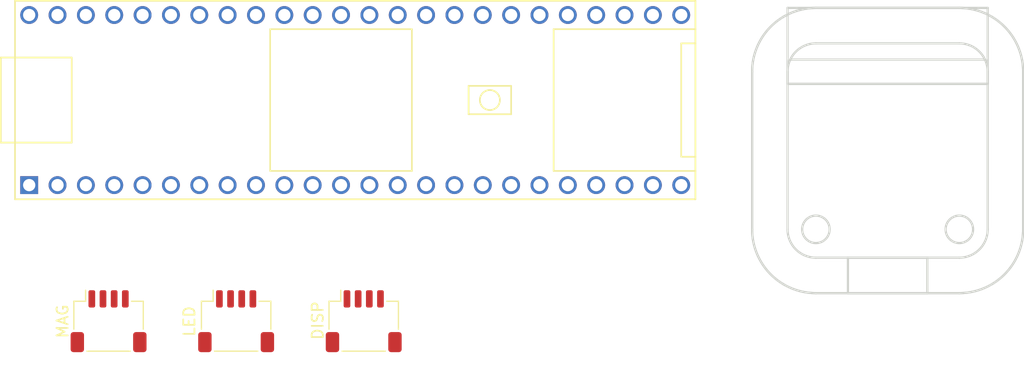
<source format=kicad_pcb>
(kicad_pcb (version 20221018) (generator pcbnew)
  (title_block (title "Gordon Clock") (date "2024-02-19") (rev "v0.1") (company "Meow Wolf") (comment 1 "Author: Daniel Bornhorst"))
  (layers (0 "F.Cu" signal) (31 "B.Cu" signal) (34 "B.Paste" user) (35 "F.Paste" user) (36 "B.SilkS" user "B.Silkscreen") (37 "F.SilkS" user "F.Silkscreen") (38 "B.Mask" user) (39 "F.Mask" user) (44 "Edge.Cuts" user))
  (net 0 "")
  (net 1 "+5V")
  (net 2 "+3V3")
  (net 12 "GND")
  (net 19 "PIXEL_DATA")
  (net 22 "Net-(U1-9_OUT1C)")
  (net 23 "Net-(U1-10_CS_MQSR)")
  (net 24 "Net-(U1-11_MOSI_CTX1)")
  (net 35 "Net-(U1-31_CTX3)")
  (net 36 "Net-(U1-30_CRX3)")
  (net 37 "Net-(U1-29_TX7)")
  (net 40 "DISP_SCL")
  (net 41 "Net-(U1-28_RX7)")
  (net 42 "Net-(U1-27_A13_SCK1)")
  (net 44 "DISP_SDA")
  (net 46 "MAG_SDA")
  (net 47 "MAG_SCL")
  (footprint "Connector_JST:JST_SH_SM04B-SRSS-TB_1x04-1MP_P1.00mm_Horizontal" (layer "F.Cu") (at 98.552 121.412)
    (fp_text reference "LED" (at -4.191347 0.012312 90) (layer "F.SilkS"))
    (fp_text value "~")
    (fp_line (start -3.11 -1.785) (end -2.06 -1.785) (stroke (width 0.12)) (layer "F.SilkS"))
    (fp_line (start -3.11 0.715) (end -3.11 -1.785) (stroke (width 0.12)) (layer "F.SilkS"))
    (fp_line (start -2.06 -1.785) (end -2.06 -2.775) (stroke (width 0.12)) (layer "F.SilkS"))
    (fp_line (start -1.94 2.685) (end 1.94 2.685) (stroke (width 0.12)) (layer "F.SilkS"))
    (fp_line (start 3.11 -1.785) (end 2.06 -1.785) (stroke (width 0.12)) (layer "F.SilkS"))
    (fp_line (start 3.11 0.715) (end 3.11 -1.785) (stroke (width 0.12)) (layer "F.SilkS"))
    (pad "1" smd roundrect (at -1.5 -2) (size 0.6 1.55) (layers "F.Cu" "F.Paste" "F.Mask") (net 12 "GND"))
    (pad "2" smd roundrect (at -0.5 -2) (size 0.6 1.55) (layers "F.Cu" "F.Paste" "F.Mask") (net 1 "+5V"))
    (pad "3" smd roundrect (at 0.5 -2) (size 0.6 1.55) (layers "F.Cu" "F.Paste" "F.Mask") (net 19 "PIXEL_DATA"))
    (pad "4" smd roundrect (at 1.5 -2) (size 0.6 1.55) (layers "F.Cu" "F.Paste" "F.Mask"))
    (pad "MP" smd roundrect (at -2.8 1.875) (size 1.2 1.8) (layers "F.Cu" "F.Paste" "F.Mask") (roundrect_rratio 0.208333))
    (pad "MP" smd roundrect (at 2.8 1.875) (size 1.2 1.8) (layers "F.Cu" "F.Paste" "F.Mask") (roundrect_rratio 0.208333))
  )
  (footprint "teensy:Teensy41_minimal" (layer "F.Cu") (at 109.22 101.6)
    (fp_text reference "U1" hide)
    (fp_text value "Teensy4.1" hide)
    (fp_line (start -31.75 -3.81) (end -30.48 -3.81) (stroke (width 0.15)) (layer "F.SilkS"))
    (fp_line (start -31.75 3.81) (end -31.75 -3.81) (stroke (width 0.15)) (layer "F.SilkS"))
    (fp_line (start -30.48 -8.89) (end 30.48 -8.89) (stroke (width 0.15)) (layer "F.SilkS"))
    (fp_line (start -30.48 3.81) (end -31.75 3.81) (stroke (width 0.15)) (layer "F.SilkS"))
    (fp_line (start -30.48 8.89) (end -30.48 -8.89) (stroke (width 0.15)) (layer "F.SilkS"))
    (fp_line (start -25.4 -3.81) (end -30.48 -3.81) (stroke (width 0.15)) (layer "F.SilkS"))
    (fp_line (start -25.4 3.81) (end -30.48 3.81) (stroke (width 0.15)) (layer "F.SilkS"))
    (fp_line (start -25.4 3.81) (end -25.4 -3.81) (stroke (width 0.15)) (layer "F.SilkS"))
    (fp_line (start -7.62 -6.35) (end -7.62 6.35) (stroke (width 0.15)) (layer "F.SilkS"))
    (fp_line (start -7.62 6.35) (end 5.08 6.35) (stroke (width 0.15)) (layer "F.SilkS"))
    (fp_line (start 5.08 -6.35) (end -7.62 -6.35) (stroke (width 0.15)) (layer "F.SilkS"))
    (fp_line (start 5.08 6.35) (end 5.08 -6.35) (stroke (width 0.15)) (layer "F.SilkS"))
    (fp_line (start 10.16 -1.27) (end 13.97 -1.27) (stroke (width 0.15)) (layer "F.SilkS"))
    (fp_line (start 10.16 1.27) (end 10.16 -1.27) (stroke (width 0.15)) (layer "F.SilkS"))
    (fp_line (start 13.97 -1.27) (end 13.97 1.27) (stroke (width 0.15)) (layer "F.SilkS"))
    (fp_line (start 13.97 1.27) (end 10.16 1.27) (stroke (width 0.15)) (layer "F.SilkS"))
    (fp_line (start 17.78 -6.35) (end 17.78 6.35) (stroke (width 0.15)) (layer "F.SilkS"))
    (fp_line (start 17.78 6.35) (end 30.48 6.35) (stroke (width 0.15)) (layer "F.SilkS"))
    (fp_line (start 29.21 -5.08) (end 29.21 5.08) (stroke (width 0.15)) (layer "F.SilkS"))
    (fp_line (start 29.21 5.08) (end 30.48 5.08) (stroke (width 0.15)) (layer "F.SilkS"))
    (fp_line (start 30.48 -8.89) (end 30.48 8.89) (stroke (width 0.15)) (layer "F.SilkS"))
    (fp_line (start 30.48 -6.35) (end 17.78 -6.35) (stroke (width 0.15)) (layer "F.SilkS"))
    (fp_line (start 30.48 -5.08) (end 29.21 -5.08) (stroke (width 0.15)) (layer "F.SilkS"))
    (fp_line (start 30.48 8.89) (end -30.48 8.89) (stroke (width 0.15)) (layer "F.SilkS"))
    (fp_circle (center 12.065 0) (end 12.7 -0.635) (stroke (width 0.15)) (fill none) (layer "F.SilkS"))
    (pad "1" thru_hole rect (at -29.21 7.62) (size 1.6 1.6) (drill 1.1) (layers "*.Cu" "*.Mask") (net 12 "GND"))
    (pad "2" thru_hole circle (at -26.67 7.62) (size 1.6 1.6) (drill 1.1) (layers "*.Cu" "*.Mask"))
    (pad "3" thru_hole circle (at -24.13 7.62) (size 1.6 1.6) (drill 1.1) (layers "*.Cu" "*.Mask"))
    (pad "4" thru_hole circle (at -21.59 7.62) (size 1.6 1.6) (drill 1.1) (layers "*.Cu" "*.Mask"))
    (pad "5" thru_hole circle (at -19.05 7.62) (size 1.6 1.6) (drill 1.1) (layers "*.Cu" "*.Mask"))
    (pad "6" thru_hole circle (at -16.51 7.62) (size 1.6 1.6) (drill 1.1) (layers "*.Cu" "*.Mask"))
    (pad "7" thru_hole circle (at -13.97 7.62) (size 1.6 1.6) (drill 1.1) (layers "*.Cu" "*.Mask"))
    (pad "8" thru_hole circle (at -11.43 7.62) (size 1.6 1.6) (drill 1.1) (layers "*.Cu" "*.Mask") (net 19 "PIXEL_DATA"))
    (pad "9" thru_hole circle (at -8.89 7.62) (size 1.6 1.6) (drill 1.1) (layers "*.Cu" "*.Mask"))
    (pad "10" thru_hole circle (at -6.35 7.62) (size 1.6 1.6) (drill 1.1) (layers "*.Cu" "*.Mask"))
    (pad "11" thru_hole circle (at -3.81 7.62) (size 1.6 1.6) (drill 1.1) (layers "*.Cu" "*.Mask") (net 22 "Net-(U1-9_OUT1C)"))
    (pad "12" thru_hole circle (at -1.27 7.62) (size 1.6 1.6) (drill 1.1) (layers "*.Cu" "*.Mask") (net 23 "Net-(U1-10_CS_MQSR)"))
    (pad "13" thru_hole circle (at 1.27 7.62) (size 1.6 1.6) (drill 1.1) (layers "*.Cu" "*.Mask") (net 24 "Net-(U1-11_MOSI_CTX1)"))
    (pad "14" thru_hole circle (at 3.81 7.62) (size 1.6 1.6) (drill 1.1) (layers "*.Cu" "*.Mask"))
    (pad "15" thru_hole circle (at 6.35 7.62) (size 1.6 1.6) (drill 1.1) (layers "*.Cu" "*.Mask"))
    (pad "16" thru_hole circle (at 8.89 7.62) (size 1.6 1.6) (drill 1.1) (layers "*.Cu" "*.Mask") (net 40 "DISP_SCL"))
    (pad "17" thru_hole circle (at 11.43 7.62) (size 1.6 1.6) (drill 1.1) (layers "*.Cu" "*.Mask") (net 44 "DISP_SDA"))
    (pad "18" thru_hole circle (at 13.97 7.62) (size 1.6 1.6) (drill 1.1) (layers "*.Cu" "*.Mask"))
    (pad "19" thru_hole circle (at 16.51 7.62) (size 1.6 1.6) (drill 1.1) (layers "*.Cu" "*.Mask") (net 42 "Net-(U1-27_A13_SCK1)"))
    (pad "20" thru_hole circle (at 19.05 7.62) (size 1.6 1.6) (drill 1.1) (layers "*.Cu" "*.Mask") (net 41 "Net-(U1-28_RX7)"))
    (pad "21" thru_hole circle (at 21.59 7.62) (size 1.6 1.6) (drill 1.1) (layers "*.Cu" "*.Mask") (net 37 "Net-(U1-29_TX7)"))
    (pad "22" thru_hole circle (at 24.13 7.62) (size 1.6 1.6) (drill 1.1) (layers "*.Cu" "*.Mask") (net 36 "Net-(U1-30_CRX3)"))
    (pad "23" thru_hole circle (at 26.67 7.62) (size 1.6 1.6) (drill 1.1) (layers "*.Cu" "*.Mask") (net 35 "Net-(U1-31_CTX3)"))
    (pad "24" thru_hole circle (at 29.21 7.62) (size 1.6 1.6) (drill 1.1) (layers "*.Cu" "*.Mask"))
    (pad "25" thru_hole circle (at 29.21 -7.62) (size 1.6 1.6) (drill 1.1) (layers "*.Cu" "*.Mask"))
    (pad "26" thru_hole circle (at 26.67 -7.62) (size 1.6 1.6) (drill 1.1) (layers "*.Cu" "*.Mask"))
    (pad "27" thru_hole circle (at 24.13 -7.62) (size 1.6 1.6) (drill 1.1) (layers "*.Cu" "*.Mask"))
    (pad "28" thru_hole circle (at 21.59 -7.62) (size 1.6 1.6) (drill 1.1) (layers "*.Cu" "*.Mask"))
    (pad "29" thru_hole circle (at 19.05 -7.62) (size 1.6 1.6) (drill 1.1) (layers "*.Cu" "*.Mask"))
    (pad "30" thru_hole circle (at 16.51 -7.62) (size 1.6 1.6) (drill 1.1) (layers "*.Cu" "*.Mask"))
    (pad "31" thru_hole circle (at 13.97 -7.62) (size 1.6 1.6) (drill 1.1) (layers "*.Cu" "*.Mask"))
    (pad "32" thru_hole circle (at 11.43 -7.62) (size 1.6 1.6) (drill 1.1) (layers "*.Cu" "*.Mask"))
    (pad "33" thru_hole circle (at 8.89 -7.62) (size 1.6 1.6) (drill 1.1) (layers "*.Cu" "*.Mask"))
    (pad "34" thru_hole circle (at 6.35 -7.62) (size 1.6 1.6) (drill 1.1) (layers "*.Cu" "*.Mask") (net 12 "GND"))
    (pad "35" thru_hole circle (at 3.81 -7.62) (size 1.6 1.6) (drill 1.1) (layers "*.Cu" "*.Mask"))
    (pad "36" thru_hole circle (at 1.27 -7.62) (size 1.6 1.6) (drill 1.1) (layers "*.Cu" "*.Mask"))
    (pad "37" thru_hole circle (at -1.27 -7.62) (size 1.6 1.6) (drill 1.1) (layers "*.Cu" "*.Mask"))
    (pad "38" thru_hole circle (at -3.81 -7.62) (size 1.6 1.6) (drill 1.1) (layers "*.Cu" "*.Mask"))
    (pad "39" thru_hole circle (at -6.35 -7.62) (size 1.6 1.6) (drill 1.1) (layers "*.Cu" "*.Mask"))
    (pad "40" thru_hole circle (at -8.89 -7.62) (size 1.6 1.6) (drill 1.1) (layers "*.Cu" "*.Mask") (net 46 "MAG_SDA"))
    (pad "41" thru_hole circle (at -11.43 -7.62) (size 1.6 1.6) (drill 1.1) (layers "*.Cu" "*.Mask") (net 47 "MAG_SCL"))
    (pad "42" thru_hole circle (at -13.97 -7.62) (size 1.6 1.6) (drill 1.1) (layers "*.Cu" "*.Mask"))
    (pad "43" thru_hole circle (at -16.51 -7.62) (size 1.6 1.6) (drill 1.1) (layers "*.Cu" "*.Mask"))
    (pad "44" thru_hole circle (at -19.05 -7.62) (size 1.6 1.6) (drill 1.1) (layers "*.Cu" "*.Mask"))
    (pad "45" thru_hole circle (at -21.59 -7.62) (size 1.6 1.6) (drill 1.1) (layers "*.Cu" "*.Mask"))
    (pad "46" thru_hole circle (at -24.13 -7.62) (size 1.6 1.6) (drill 1.1) (layers "*.Cu" "*.Mask") (net 2 "+3V3"))
    (pad "47" thru_hole circle (at -26.67 -7.62) (size 1.6 1.6) (drill 1.1) (layers "*.Cu" "*.Mask") (net 12 "GND"))
    (pad "48" thru_hole circle (at -29.21 -7.62) (size 1.6 1.6) (drill 1.1) (layers "*.Cu" "*.Mask") (net 1 "+5V"))
  )
  (footprint "Connector_JST:JST_SH_SM04B-SRSS-TB_1x04-1MP_P1.00mm_Horizontal" (layer "F.Cu") (at 87.122 121.412)
    (fp_text reference "MAG" (at -4.11801 0.012311 90) (layer "F.SilkS"))
    (fp_text value "~")
    (fp_line (start -3.11 -1.785) (end -2.06 -1.785) (stroke (width 0.12)) (layer "F.SilkS"))
    (fp_line (start -3.11 0.715) (end -3.11 -1.785) (stroke (width 0.12)) (layer "F.SilkS"))
    (fp_line (start -2.06 -1.785) (end -2.06 -2.775) (stroke (width 0.12)) (layer "F.SilkS"))
    (fp_line (start -1.94 2.685) (end 1.94 2.685) (stroke (width 0.12)) (layer "F.SilkS"))
    (fp_line (start 3.11 -1.785) (end 2.06 -1.785) (stroke (width 0.12)) (layer "F.SilkS"))
    (fp_line (start 3.11 0.715) (end 3.11 -1.785) (stroke (width 0.12)) (layer "F.SilkS"))
    (pad "1" smd roundrect (at -1.5 -2) (size 0.6 1.55) (layers "F.Cu" "F.Paste" "F.Mask") (net 12 "GND"))
    (pad "2" smd roundrect (at -0.5 -2) (size 0.6 1.55) (layers "F.Cu" "F.Paste" "F.Mask") (net 2 "+3V3"))
    (pad "3" smd roundrect (at 0.5 -2) (size 0.6 1.55) (layers "F.Cu" "F.Paste" "F.Mask") (net 46 "MAG_SDA"))
    (pad "4" smd roundrect (at 1.5 -2) (size 0.6 1.55) (layers "F.Cu" "F.Paste" "F.Mask") (net 47 "MAG_SCL"))
    (pad "MP" smd roundrect (at -2.8 1.875) (size 1.2 1.8) (layers "F.Cu" "F.Paste" "F.Mask") (roundrect_rratio 0.208333))
    (pad "MP" smd roundrect (at 2.8 1.875) (size 1.2 1.8) (layers "F.Cu" "F.Paste" "F.Mask") (roundrect_rratio 0.208333))
  )
  (footprint "Connector_JST:JST_SH_SM04B-SRSS-TB_1x04-1MP_P1.00mm_Horizontal" (layer "F.Cu") (at 109.982 121.412)
    (fp_text reference "DISP" (at -4.12097 -0.057236 90) (layer "F.SilkS"))
    (fp_text value "~")
    (fp_line (start -3.11 -1.785) (end -2.06 -1.785) (stroke (width 0.12)) (layer "F.SilkS"))
    (fp_line (start -3.11 0.715) (end -3.11 -1.785) (stroke (width 0.12)) (layer "F.SilkS"))
    (fp_line (start -2.06 -1.785) (end -2.06 -2.775) (stroke (width 0.12)) (layer "F.SilkS"))
    (fp_line (start -1.94 2.685) (end 1.94 2.685) (stroke (width 0.12)) (layer "F.SilkS"))
    (fp_line (start 3.11 -1.785) (end 2.06 -1.785) (stroke (width 0.12)) (layer "F.SilkS"))
    (fp_line (start 3.11 0.715) (end 3.11 -1.785) (stroke (width 0.12)) (layer "F.SilkS"))
    (pad "1" smd roundrect (at -1.5 -2) (size 0.6 1.55) (layers "F.Cu" "F.Paste" "F.Mask") (net 12 "GND"))
    (pad "2" smd roundrect (at -0.5 -2) (size 0.6 1.55) (layers "F.Cu" "F.Paste" "F.Mask") (net 2 "+3V3"))
    (pad "3" smd roundrect (at 0.5 -2) (size 0.6 1.55) (layers "F.Cu" "F.Paste" "F.Mask") (net 44 "DISP_SDA"))
    (pad "4" smd roundrect (at 1.5 -2) (size 0.6 1.55) (layers "F.Cu" "F.Paste" "F.Mask") (net 40 "DISP_SCL"))
    (pad "MP" smd roundrect (at -2.8 1.875) (size 1.2 1.8) (layers "F.Cu" "F.Paste" "F.Mask") (roundrect_rratio 0.208333))
    (pad "MP" smd roundrect (at 2.8 1.875) (size 1.2 1.8) (layers "F.Cu" "F.Paste" "F.Mask") (roundrect_rratio 0.208333))
  )
  (gr_arc (start 150.495 118.897405) (mid 146.453884 117.223519) (end 144.78 113.182402) (stroke (width 0.2)) (layer "Edge.Cuts"))
  (gr_line (start 169.0624 113.182405) (end 169.0624 99.060008) (stroke (width 0.2)) (layer "Edge.Cuts"))
  (gr_line (start 165.8874 100.152336) (end 165.8874 99.060005) (stroke (width 0.2)) (layer "Edge.Cuts"))
  (gr_line (start 150.495 115.722405) (end 163.3474 115.722405) (stroke (width 0.2)) (layer "Edge.Cuts"))
  (gr_line (start 147.955 99.060005) (end 147.955 113.182405) (stroke (width 0.2)) (layer "Edge.Cuts"))
  (gr_line (start 150.495 118.897405) (end 163.3474 118.897405) (stroke (width 0.2)) (layer "Edge.Cuts"))
  (gr_line (start 160.4772 115.714714) (end 160.4772 118.905096) (stroke (width 0.2)) (layer "Edge.Cuts"))
  (gr_line (start 144.78 99.06) (end 144.78 113.182402) (stroke (width 0.2)) (layer "Edge.Cuts"))
  (gr_line (start 165.641212 97.969122) (end 148.201188 97.969122) (stroke (width 0.2)) (layer "Edge.Cuts"))
  (gr_line (start 165.8874 93.345136) (end 165.8874 100.152336) (stroke (width 0.2)) (layer "Edge.Cuts"))
  (gr_arc (start 144.78 99.06) (mid 146.453886 95.018889) (end 150.494998 93.345005) (stroke (width 0.2)) (layer "Edge.Cuts"))
  (gr_line (start 147.955 99.060005) (end 147.955 100.152336) (stroke (width 0.2)) (layer "Edge.Cuts"))
  (gr_circle (center 150.495 113.182405) (end 151.7269 113.182405) (stroke (width 0.2)) (fill none) (layer "Edge.Cuts"))
  (gr_line (start 160.4772 118.905096) (end 153.3652 118.905096) (stroke (width 0.2)) (layer "Edge.Cuts"))
  (gr_line (start 150.494998 93.345005) (end 163.347405 93.345005) (stroke (width 0.2)) (layer "Edge.Cuts"))
  (gr_line (start 153.3652 118.905096) (end 153.3652 115.714714) (stroke (width 0.2)) (layer "Edge.Cuts"))
  (gr_line (start 160.4772 115.714714) (end 160.4772 115.722405) (stroke (width 0.2)) (layer "Edge.Cuts"))
  (gr_arc (start 163.3474 96.520005) (mid 165.143451 97.263954) (end 165.8874 99.060005) (stroke (width 0.2)) (layer "Edge.Cuts"))
  (gr_arc (start 144.78 99.06) (mid 146.453886 95.018889) (end 150.494998 93.345005) (stroke (width 0.2)) (layer "Edge.Cuts"))
  (gr_arc (start 169.0624 113.182405) (mid 167.388515 117.22352) (end 163.3474 118.897405) (stroke (width 0.2)) (layer "Edge.Cuts"))
  (gr_line (start 165.8874 100.152336) (end 147.955 100.152336) (stroke (width 0.2)) (layer "Edge.Cuts"))
  (gr_line (start 169.0624 99.060005) (end 169.0624 113.182405) (stroke (width 0.2)) (layer "Edge.Cuts"))
  (gr_line (start 147.955 100.152336) (end 147.955 93.345136) (stroke (width 0.2)) (layer "Edge.Cuts"))
  (gr_circle (center 163.3474 113.182405) (end 164.5793 113.182405) (stroke (width 0.2)) (fill none) (layer "Edge.Cuts"))
  (gr_arc (start 165.8874 113.182405) (mid 165.143451 114.978456) (end 163.3474 115.722405) (stroke (width 0.2)) (layer "Edge.Cuts"))
  (gr_line (start 147.955 100.152336) (end 165.8874 100.152336) (stroke (width 0.2)) (layer "Edge.Cuts"))
  (gr_line (start 153.3652 115.714714) (end 160.4772 115.714714) (stroke (width 0.2)) (layer "Edge.Cuts"))
  (gr_line (start 144.78 113.182402) (end 144.78 99.06) (stroke (width 0.2)) (layer "Edge.Cuts"))
  (gr_arc (start 169.0624 113.182405) (mid 167.388515 117.22352) (end 163.3474 118.897405) (stroke (width 0.2)) (layer "Edge.Cuts"))
  (gr_arc (start 163.347405 93.345005) (mid 167.388518 95.018893) (end 169.0624 99.060008) (stroke (width 0.2)) (layer "Edge.Cuts"))
  (gr_line (start 163.347405 93.345005) (end 150.494998 93.345005) (stroke (width 0.2)) (layer "Edge.Cuts"))
  (gr_arc (start 150.495 115.722405) (mid 148.698949 114.978456) (end 147.955 113.182405) (stroke (width 0.2)) (layer "Edge.Cuts"))
  (gr_arc (start 147.955 99.060005) (mid 148.698949 97.263954) (end 150.495 96.520005) (stroke (width 0.2)) (layer "Edge.Cuts"))
  (gr_line (start 163.3474 118.897405) (end 150.495 118.897405) (stroke (width 0.2)) (layer "Edge.Cuts"))
  (gr_line (start 160.4772 115.722405) (end 153.3652 115.722405) (stroke (width 0.2)) (layer "Edge.Cuts"))
  (gr_line (start 163.3474 96.520005) (end 150.495 96.520005) (stroke (width 0.2)) (layer "Edge.Cuts"))
  (gr_line (start 165.8874 113.182405) (end 165.8874 99.060005) (stroke (width 0.2)) (layer "Edge.Cuts"))
  (gr_arc (start 163.347405 93.345005) (mid 167.388518 95.018893) (end 169.0624 99.060008) (stroke (width 0.2)) (layer "Edge.Cuts"))
  (gr_line (start 153.3652 115.722405) (end 153.3652 115.714714) (stroke (width 0.2)) (layer "Edge.Cuts"))
  (gr_line (start 147.955 93.345136) (end 165.8874 93.345136) (stroke (width 0.2)) (layer "Edge.Cuts"))
  (gr_line (start 153.3652 115.714714) (end 160.4772 115.714714) (stroke (width 0.2)) (layer "Edge.Cuts"))
  (gr_arc (start 150.495 118.897405) (mid 146.453885 117.22352) (end 144.78 113.182405) (stroke (width 0.2)) (layer "Edge.Cuts"))
)
</source>
